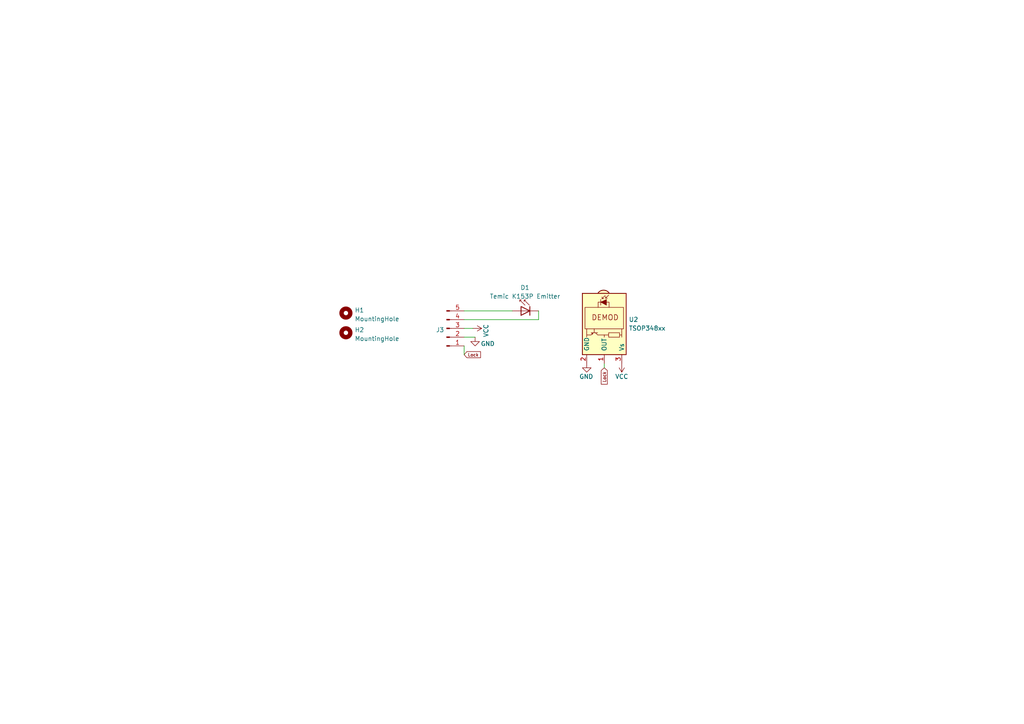
<source format=kicad_sch>
(kicad_sch (version 20211123) (generator eeschema)
  (paper "A4")
  (lib_symbols
    (symbol "Connector:Conn_01x05_Male" (pin_names (offset 1.016) hide)
      (property "Reference" "J" (at 0 7.62 0))
      (property "Value" "Conn_01x05_Male" (at 0 -7.62 0))
      (symbol "Conn_01x05_Male_1_1"
        (polyline (pts (xy 1.27 -5.08) (xy 0.8636 -5.08)) (stroke (width 0.1524)))
        (polyline (pts (xy 1.27 -2.54) (xy 0.8636 -2.54)) (stroke (width 0.1524)))
        (polyline (pts (xy 1.27 0) (xy 0.8636 0)) (stroke (width 0.1524)))
        (polyline (pts (xy 1.27 2.54) (xy 0.8636 2.54)) (stroke (width 0.1524)))
        (polyline (pts (xy 1.27 5.08) (xy 0.8636 5.08)) (stroke (width 0.1524)))
        (rectangle (start 0.8636 -4.953) (end 0 -5.207) (stroke (width 0.1524)) (fill (type outline)))
        (rectangle (start 0.8636 -2.413) (end 0 -2.667) (stroke (width 0.1524)) (fill (type outline)))
        (rectangle (start 0.8636 0.127) (end 0 -0.127) (stroke (width 0.1524)) (fill (type outline)))
        (rectangle (start 0.8636 2.667) (end 0 2.413) (stroke (width 0.1524)) (fill (type outline)))
        (rectangle (start 0.8636 5.207) (end 0 4.953) (stroke (width 0.1524)) (fill (type outline)))
        (pin passive line (at 5.08 5.08 180) (length 3.81) (name "Pin_1") (number "1"))
        (pin passive line (at 5.08 2.54 180) (length 3.81) (name "Pin_2") (number "2"))
        (pin passive line (at 5.08 0 180) (length 3.81) (name "Pin_3") (number "3"))
        (pin passive line (at 5.08 -2.54 180) (length 3.81) (name "Pin_4") (number "4"))
        (pin passive line (at 5.08 -5.08 180) (length 3.81) (name "Pin_5") (number "5"))
      )
    )
    (symbol "Interface_Optical:TSOP348xx" (pin_names (offset 1.016))
      (property "Reference" "U" (at -10.16 7.62 0))
      (property "Value" "TSOP348xx" (at -10.16 -7.62 0))
      (symbol "TSOP348xx_0_0"
        (arc (start -10.287 1.397) (mid -11.0899 -0.1852) (end -10.287 -1.778) (stroke (width 0.254)) (fill (type background)))
        (polyline (pts (xy 1.905 -5.08) (xy 0.127 -5.08)))
        (polyline (pts (xy 1.905 5.08) (xy 0.127 5.08)))
        (text "DEMOD" (at -3.175 0.254 900) (effects (font (size 1.524 1.524))))
      )
      (symbol "TSOP348xx_0_1"
        (rectangle (start -6.096 5.588) (end 0.127 -5.588))
        (polyline (pts (xy -8.763 0.381) (xy -9.652 1.27)))
        (polyline (pts (xy -8.763 0.381) (xy -9.271 0.381)))
        (polyline (pts (xy -8.763 0.381) (xy -8.763 0.889)))
        (polyline (pts (xy -8.636 -0.635) (xy -9.525 0.254)))
        (polyline (pts (xy -8.636 -0.635) (xy -9.144 -0.635)))
        (polyline (pts (xy -8.636 -0.635) (xy -8.636 -0.127)))
        (polyline (pts (xy -8.382 -1.016) (xy -6.731 -1.016)))
        (polyline (pts (xy 1.27 -2.921) (xy 0.127 -2.921)))
        (polyline (pts (xy 1.27 -1.905) (xy 1.27 -3.81)))
        (polyline (pts (xy 1.397 -3.556) (xy 1.524 -3.556)))
        (polyline (pts (xy 1.651 -3.556) (xy 1.524 -3.556)))
        (polyline (pts (xy 1.651 -3.556) (xy 1.651 -3.302)))
        (polyline (pts (xy 1.905 0) (xy 1.905 1.27)))
        (polyline (pts (xy 1.905 4.445) (xy 1.905 5.08) (xy 2.54 5.08)))
        (polyline (pts (xy -8.382 0.635) (xy -6.731 0.635) (xy -7.62 -1.016) (xy -8.382 0.635)) (fill (type outline)))
        (polyline (pts (xy -6.096 1.397) (xy -7.62 1.397) (xy -7.62 -1.778) (xy -6.096 -1.778)))
        (polyline (pts (xy 1.27 -3.175) (xy 1.905 -3.81) (xy 1.905 -5.08) (xy 2.54 -5.08)))
        (polyline (pts (xy 1.27 -2.54) (xy 1.905 -1.905) (xy 1.905 0) (xy 2.54 0)))
        (rectangle (start 2.54 1.27) (end 1.27 4.445))
        (rectangle (start 7.62 6.35) (end -10.16 -6.35) (stroke (width 0.254)) (fill (type background)))
      )
      (symbol "TSOP348xx_1_1"
        (pin output line (at 10.16 0 180) (length 2.54) (name "OUT") (number "1"))
        (pin power_in line (at 10.16 -5.08 180) (length 2.54) (name "GND") (number "2"))
        (pin power_in line (at 10.16 5.08 180) (length 2.54) (name "Vs") (number "3"))
      )
    )
    (symbol "LED:IRL81A" (pin_numbers hide) (pin_names (offset 1.016) hide)
      (property "Reference" "D" (at 0.508 1.778 0))
      (property "Value" "IRL81A" (at -1.016 -2.794 0))
      (symbol "IRL81A_0_1"
        (polyline (pts (xy -2.54 0) (xy 0 0)))
        (polyline (pts (xy -2.54 1.27) (xy -2.54 -1.27)) (stroke (width 0.254)))
        (polyline (pts (xy 0.381 3.175) (xy -0.127 3.175)))
        (polyline (pts (xy -1.143 1.651) (xy 0.381 3.175) (xy 0.381 2.667)))
        (polyline (pts (xy 0 -1.27) (xy 0 1.27) (xy -2.54 0) (xy 0 -1.27)) (stroke (width 0.254)))
        (polyline (pts (xy -2.413 1.651) (xy -0.889 3.175) (xy -0.889 2.667) (xy -0.889 3.175) (xy -1.397 3.175)))
      )
      (symbol "IRL81A_1_1"
        (pin passive line (at -5.08 0 0) (length 2.54) (name "K") (number "1"))
        (pin passive line (at 2.54 0 180) (length 2.54) (name "A") (number "2"))
      )
    )
    (symbol "Mechanical:MountingHole" (pin_names (offset 1.016))
      (property "Reference" "H" (at 0 5.08 0))
      (property "Value" "MountingHole" (at 0 3.175 0))
      (symbol "MountingHole_0_1"
        (circle (center 0 0) (radius 1.27) (stroke (width 1.27)))
      )
    )
    (symbol "power:GND" (power) (pin_names (offset 0))
      (property "Value" "GND" (at 0 -3.81 0))
      (symbol "GND_0_1"
        (polyline (pts (xy 0 0) (xy 0 -1.27) (xy 1.27 -1.27) (xy 0 -2.54) (xy -1.27 -1.27) (xy 0 -1.27)))
      )
      (symbol "GND_1_1"
        (pin power_in line (at 0 0 270) (length 0) hide (name "GND") (number "1"))
      )
    )
    (symbol "power:VCC" (power) (pin_names (offset 0))
      (property "Value" "VCC" (at 0 3.81 0))
      (symbol "VCC_0_1"
        (polyline (pts (xy -0.762 1.27) (xy 0 2.54)))
        (polyline (pts (xy 0 0) (xy 0 2.54)))
        (polyline (pts (xy 0 2.54) (xy 0.762 1.27)))
      )
      (symbol "VCC_1_1"
        (pin power_in line (at 0 0 90) (length 0) hide (name "VCC") (number "1"))
      )
    )
  )
  (wire (pts (xy 134.62 92.71) (xy 156.21 92.71)))
  (wire (pts (xy 156.21 92.71) (xy 156.21 90.17)))
  (wire (pts (xy 137.16 95.25) (xy 134.62 95.25)))
  (wire (pts (xy 134.62 102.87) (xy 134.62 100.33)))
  (wire (pts (xy 134.62 90.17) (xy 148.59 90.17)))
  (wire (pts (xy 137.795 97.79) (xy 134.62 97.79)))
  (wire (pts (xy 175.26 105.41) (xy 175.26 106.68)))
  (global_label "Lock" (shape input) (at 134.62 102.87 0) (effects (font (size 0.9 0.9))) (property "Referenzen zwischen Schaltplänen" "${INTERSHEET_REFS}" (effects hide)))
  (global_label "Lock" (shape input) (at 175.26 106.68 270) (effects (font (size 0.9 0.9))) (property "Referenzen zwischen Schaltplänen" "${INTERSHEET_REFS}" (effects hide)))
  (symbol (lib_id "Mechanical:MountingHole") (at 100.33 96.52 0) (unit 1)
    (property "Reference" "H2" (at 102.87 95.6853 0) (effects (justify left)))
    (property "Value" "MountingHole" (at 102.87 98.2222 0) (effects (justify left)))
    (property "Footprint" "MountingHole:MountingHole_3.2mm_M3" (effects hide))
  )
  (symbol (lib_id "power:GND") (at 170.18 105.41 0) (mirror y) (unit 1)
    (property "Reference" "#PWR0113" (effects hide))
    (property "Value" "GND" (at 172.085 109.22 0) (effects (justify left)))
  )
  (symbol (lib_id "power:VCC") (at 137.16 95.25 270) (mirror x) (unit 1)
    (property "Reference" "#PWR0115" (effects hide))
    (property "Value" "VCC" (at 140.97 93.98 0) (effects (justify right)))
  )
  (symbol (lib_id "Interface_Optical:TSOP348xx") (at 175.26 95.25 270) (unit 1)
    (property "Reference" "U2" (at 182.372 92.6803 90) (effects (justify left)))
    (property "Value" "TSOP348xx" (at 182.372 95.2172 90) (effects (justify left)))
    (property "Footprint" "_custom:Vishay_MOLD-3Pin-liegend" (effects hide))
    (property "Datasheet" "https://www.vishay.com/docs/82489/tsop322.pdf" (effects hide))
  )
  (symbol (lib_id "Connector:Conn_01x05_Male") (at 129.54 95.25 0) (mirror x) (unit 1)
    (property "Reference" "J3" (at 128.8289 95.6838 0) (effects (justify right)))
    (property "Value" "Conn_01x05_Male" (effects hide))
    (property "Footprint" "Connector_PinHeader_1.00mm:PinHeader_1x05_P1.00mm_Vertical" (effects hide))
  )
  (symbol (lib_id "LED:IRL81A") (at 151.13 90.17 0) (mirror y) (unit 1)
    (property "Reference" "D1" (at 152.273 83.4222 0))
    (property "Value" "Temic K153P Emitter" (at 152.273 85.9591 0))
    (property "Footprint" "_custom:LED-quadrat-liegend" (effects hide))
    (property "Datasheet" "http://www.osram-os.com/Graphics/XPic0/00203825_0.pdf" (effects hide))
  )
  (symbol (lib_id "power:GND") (at 137.795 97.79 0) (mirror y) (unit 1)
    (property "Reference" "#PWR0114" (effects hide))
    (property "Value" "GND" (at 143.51 99.695 0) (effects (justify left)))
  )
  (symbol (lib_id "Mechanical:MountingHole") (at 100.33 90.805 0) (unit 1)
    (property "Reference" "H1" (at 102.87 89.9703 0) (effects (justify left)))
    (property "Value" "MountingHole" (at 102.87 92.5072 0) (effects (justify left)))
    (property "Footprint" "MountingHole:MountingHole_3.2mm_M3" (effects hide))
  )
  (symbol (lib_id "power:VCC") (at 180.34 105.41 0) (mirror x) (unit 1)
    (property "Reference" "#PWR0112" (effects hide))
    (property "Value" "VCC" (at 182.245 109.22 0) (effects (justify right)))
  )
)
</source>
